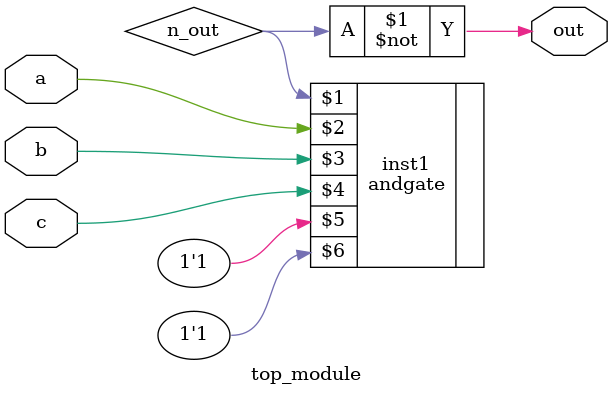
<source format=v>
module top_module (input a, input b, input c, output out);//
    
    wire n_out;
    andgate inst1 ( n_out, a, b, c, 1'b1, 1'b1 );
    assign out = ~ n_out;

endmodule

</source>
